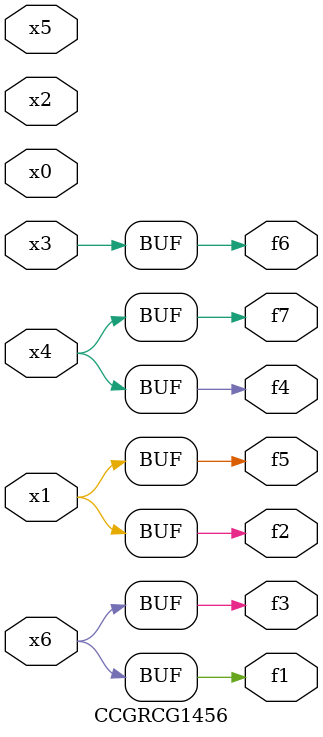
<source format=v>
module CCGRCG1456(
	input x0, x1, x2, x3, x4, x5, x6,
	output f1, f2, f3, f4, f5, f6, f7
);
	assign f1 = x6;
	assign f2 = x1;
	assign f3 = x6;
	assign f4 = x4;
	assign f5 = x1;
	assign f6 = x3;
	assign f7 = x4;
endmodule

</source>
